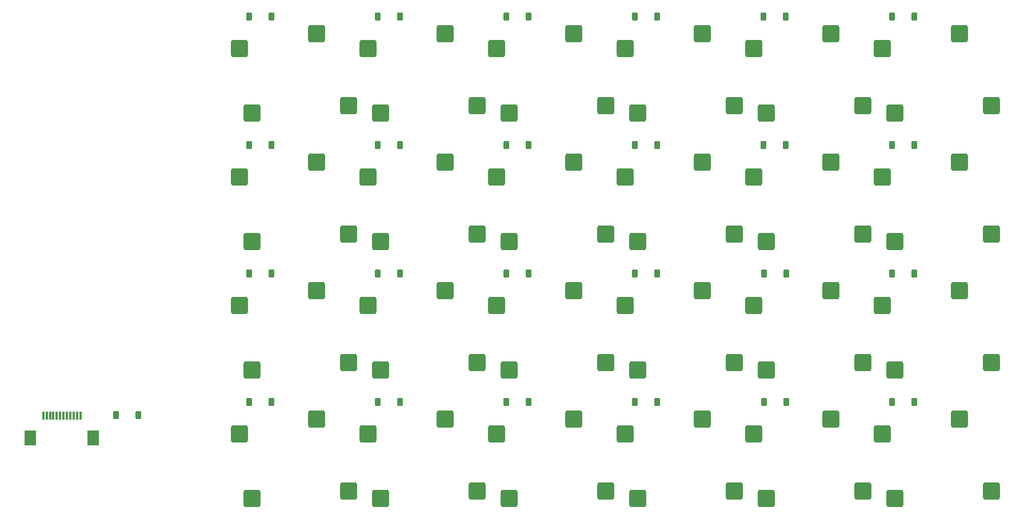
<source format=gbr>
%TF.GenerationSoftware,KiCad,Pcbnew,7.0.5*%
%TF.CreationDate,2024-08-02T10:00:01+08:00*%
%TF.ProjectId,TPS,5450532e-6b69-4636-9164-5f7063625858,rev?*%
%TF.SameCoordinates,Original*%
%TF.FileFunction,Paste,Top*%
%TF.FilePolarity,Positive*%
%FSLAX46Y46*%
G04 Gerber Fmt 4.6, Leading zero omitted, Abs format (unit mm)*
G04 Created by KiCad (PCBNEW 7.0.5) date 2024-08-02 10:00:01*
%MOMM*%
%LPD*%
G01*
G04 APERTURE LIST*
G04 Aperture macros list*
%AMRoundRect*
0 Rectangle with rounded corners*
0 $1 Rounding radius*
0 $2 $3 $4 $5 $6 $7 $8 $9 X,Y pos of 4 corners*
0 Add a 4 corners polygon primitive as box body*
4,1,4,$2,$3,$4,$5,$6,$7,$8,$9,$2,$3,0*
0 Add four circle primitives for the rounded corners*
1,1,$1+$1,$2,$3*
1,1,$1+$1,$4,$5*
1,1,$1+$1,$6,$7*
1,1,$1+$1,$8,$9*
0 Add four rect primitives between the rounded corners*
20,1,$1+$1,$2,$3,$4,$5,0*
20,1,$1+$1,$4,$5,$6,$7,0*
20,1,$1+$1,$6,$7,$8,$9,0*
20,1,$1+$1,$8,$9,$2,$3,0*%
G04 Aperture macros list end*
%ADD10RoundRect,0.250000X-1.000000X-1.000000X1.000000X-1.000000X1.000000X1.000000X-1.000000X1.000000X0*%
%ADD11RoundRect,0.225000X0.225000X0.375000X-0.225000X0.375000X-0.225000X-0.375000X0.225000X-0.375000X0*%
%ADD12R,1.800000X2.200000*%
%ADD13R,0.300000X1.300000*%
G04 APERTURE END LIST*
D10*
%TO.C,SW16*%
X158100000Y-89675000D03*
X162840000Y-100375000D03*
X146700000Y-91875000D03*
X148525000Y-101425000D03*
%TD*%
%TO.C,SW3*%
X100950000Y-70625000D03*
X105690000Y-81325000D03*
X89550000Y-72825000D03*
X91375000Y-82375000D03*
%TD*%
%TO.C,SW4*%
X100950000Y-89675000D03*
X105690000Y-100375000D03*
X89550000Y-91875000D03*
X91375000Y-101425000D03*
%TD*%
%TO.C,SW1*%
X100950000Y-32525000D03*
X105690000Y-43225000D03*
X89550000Y-34725000D03*
X91375000Y-44275000D03*
%TD*%
%TO.C,SW7*%
X120000000Y-70625000D03*
X124740000Y-81325000D03*
X108600000Y-72825000D03*
X110425000Y-82375000D03*
%TD*%
%TO.C,SW9*%
X139050000Y-32525000D03*
X143790000Y-43225000D03*
X127650000Y-34725000D03*
X129475000Y-44275000D03*
%TD*%
%TO.C,SW17*%
X177150000Y-32525000D03*
X181890000Y-43225000D03*
X165750000Y-34725000D03*
X167575000Y-44275000D03*
%TD*%
%TO.C,SW22*%
X196200000Y-51575000D03*
X200940000Y-62275000D03*
X184800000Y-53775000D03*
X186625000Y-63325000D03*
%TD*%
%TO.C,SW21*%
X196200000Y-32525000D03*
X200940000Y-43225000D03*
X184800000Y-34725000D03*
X186625000Y-44275000D03*
%TD*%
%TO.C,SW23*%
X196200000Y-70625000D03*
X200940000Y-81325000D03*
X184800000Y-72825000D03*
X186625000Y-82375000D03*
%TD*%
%TO.C,SW18*%
X177150000Y-51575000D03*
X181890000Y-62275000D03*
X165750000Y-53775000D03*
X167575000Y-63325000D03*
%TD*%
%TO.C,SW13*%
X158100000Y-32525000D03*
X162840000Y-43225000D03*
X146700000Y-34725000D03*
X148525000Y-44275000D03*
%TD*%
%TO.C,SW12*%
X139050000Y-89675000D03*
X143790000Y-100375000D03*
X127650000Y-91875000D03*
X129475000Y-101425000D03*
%TD*%
%TO.C,SW14*%
X158100000Y-51575000D03*
X162840000Y-62275000D03*
X146700000Y-53775000D03*
X148525000Y-63325000D03*
%TD*%
%TO.C,SW5*%
X120000000Y-32525000D03*
X124740000Y-43225000D03*
X108600000Y-34725000D03*
X110425000Y-44275000D03*
%TD*%
%TO.C,SW11*%
X139050000Y-70625000D03*
X143790000Y-81325000D03*
X127650000Y-72825000D03*
X129475000Y-82375000D03*
%TD*%
%TO.C,SW20*%
X177150000Y-89675000D03*
X181890000Y-100375000D03*
X165750000Y-91875000D03*
X167575000Y-101425000D03*
%TD*%
%TO.C,SW15*%
X158100000Y-70625000D03*
X162840000Y-81325000D03*
X146700000Y-72825000D03*
X148525000Y-82375000D03*
%TD*%
%TO.C,SW10*%
X139050000Y-51575000D03*
X143790000Y-62275000D03*
X127650000Y-53775000D03*
X129475000Y-63325000D03*
%TD*%
%TO.C,SW6*%
X120000000Y-51575000D03*
X124740000Y-62275000D03*
X108600000Y-53775000D03*
X110425000Y-63325000D03*
%TD*%
%TO.C,SW2*%
X100950000Y-51575000D03*
X105690000Y-62275000D03*
X89550000Y-53775000D03*
X91375000Y-63325000D03*
%TD*%
%TO.C,SW24*%
X196200000Y-89675000D03*
X200940000Y-100375000D03*
X184800000Y-91875000D03*
X186625000Y-101425000D03*
%TD*%
%TO.C,SW8*%
X120000000Y-89675000D03*
X124740000Y-100375000D03*
X108600000Y-91875000D03*
X110425000Y-101425000D03*
%TD*%
%TO.C,SW19*%
X177150000Y-70625000D03*
X181890000Y-81325000D03*
X165750000Y-72825000D03*
X167575000Y-82375000D03*
%TD*%
D11*
%TO.C,D13*%
X151400000Y-30000000D03*
X148100000Y-30000000D03*
%TD*%
%TO.C,D20*%
X170580000Y-87150000D03*
X167280000Y-87150000D03*
%TD*%
%TO.C,D1*%
X94250000Y-30000000D03*
X90950000Y-30000000D03*
%TD*%
%TO.C,D18*%
X170450000Y-49050000D03*
X167150000Y-49050000D03*
%TD*%
%TO.C,D22*%
X189500000Y-49050000D03*
X186200000Y-49050000D03*
%TD*%
%TO.C,D6*%
X113300000Y-49050000D03*
X110000000Y-49050000D03*
%TD*%
%TO.C,D2*%
X94250000Y-49050000D03*
X90950000Y-49050000D03*
%TD*%
%TO.C,D7*%
X113300000Y-68100000D03*
X110000000Y-68100000D03*
%TD*%
%TO.C,D19*%
X170580000Y-68100000D03*
X167280000Y-68100000D03*
%TD*%
%TO.C,D12*%
X132350000Y-87150000D03*
X129050000Y-87150000D03*
%TD*%
%TO.C,D25*%
X74571000Y-89075000D03*
X71271000Y-89075000D03*
%TD*%
%TO.C,D4*%
X94250000Y-87150000D03*
X90950000Y-87150000D03*
%TD*%
%TO.C,D14*%
X151400000Y-49050000D03*
X148100000Y-49050000D03*
%TD*%
%TO.C,D11*%
X132350000Y-68100000D03*
X129050000Y-68100000D03*
%TD*%
%TO.C,D10*%
X132350000Y-49050000D03*
X129050000Y-49050000D03*
%TD*%
%TO.C,D16*%
X151400000Y-87150000D03*
X148100000Y-87150000D03*
%TD*%
%TO.C,D17*%
X170450000Y-30000000D03*
X167150000Y-30000000D03*
%TD*%
%TO.C,D3*%
X94250000Y-68100000D03*
X90950000Y-68100000D03*
%TD*%
%TO.C,D15*%
X151400000Y-68100000D03*
X148100000Y-68100000D03*
%TD*%
%TO.C,D8*%
X113300000Y-87150000D03*
X110000000Y-87150000D03*
%TD*%
%TO.C,D9*%
X132350000Y-30000000D03*
X129050000Y-30000000D03*
%TD*%
%TO.C,D24*%
X189500000Y-87150000D03*
X186200000Y-87150000D03*
%TD*%
D12*
%TO.C,J2*%
X58571000Y-92443000D03*
X67871000Y-92443000D03*
D13*
X60471000Y-89193000D03*
X60971000Y-89193000D03*
X61471000Y-89193000D03*
X61971000Y-89193000D03*
X62471000Y-89193000D03*
X62971000Y-89193000D03*
X63471000Y-89193000D03*
X63971000Y-89193000D03*
X64471000Y-89193000D03*
X64971000Y-89193000D03*
X65471000Y-89193000D03*
X65971000Y-89193000D03*
%TD*%
D11*
%TO.C,D21*%
X189500000Y-30000000D03*
X186200000Y-30000000D03*
%TD*%
%TO.C,D5*%
X113300000Y-30000000D03*
X110000000Y-30000000D03*
%TD*%
%TO.C,D23*%
X189500000Y-68100000D03*
X186200000Y-68100000D03*
%TD*%
M02*

</source>
